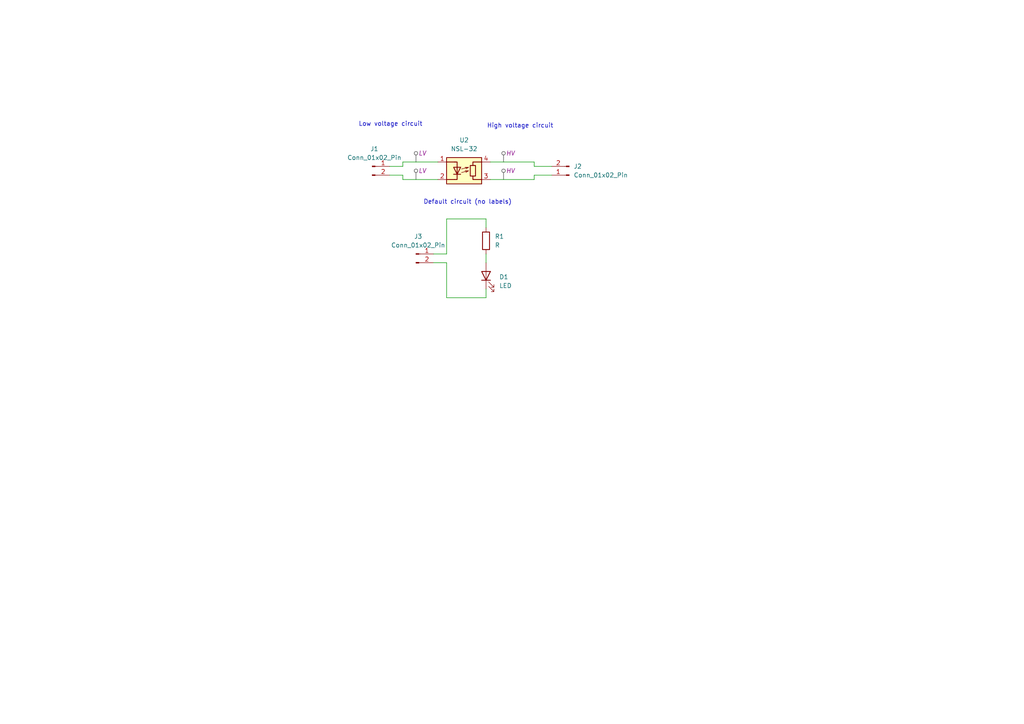
<source format=kicad_sch>
(kicad_sch (version 20231120) (generator "eeschema") (generator_version "8.0")
  (paper "A4")
  (lib_symbols
    (symbol "Connector:Conn_01x02_Pin" (pin_names (offset 1.016) hide)
      (property "Reference" "J" (at 0 2.54 0))
      (property "Value" "Conn_01x02_Pin" (at 0 -5.08 0))
      (symbol "Conn_01x02_Pin_1_1"
        (polyline (pts (xy 1.27 -2.54) (xy 0.8636 -2.54)) (stroke (width 0.1524)))
        (polyline (pts (xy 1.27 0) (xy 0.8636 0)) (stroke (width 0.1524)))
        (rectangle (start 0.8636 -2.413) (end 0 -2.667) (stroke (width 0.1524)) (fill (type outline)))
        (rectangle (start 0.8636 0.127) (end 0 -0.127) (stroke (width 0.1524)) (fill (type outline)))
        (pin passive line (at 5.08 0 180) (length 3.81) (name "Pin_1") (number "1"))
        (pin passive line (at 5.08 -2.54 180) (length 3.81) (name "Pin_2") (number "2"))
      )
    )
    (symbol "Device:LED" (pin_numbers hide) (pin_names (offset 1.016) hide)
      (property "Reference" "D" (at 0 2.54 0))
      (property "Value" "LED" (at 0 -2.54 0))
      (symbol "LED_0_1"
        (polyline (pts (xy -1.27 -1.27) (xy -1.27 1.27)) (stroke (width 0.254)))
        (polyline (pts (xy -1.27 0) (xy 1.27 0)))
        (polyline (pts (xy 1.27 -1.27) (xy 1.27 1.27) (xy -1.27 0) (xy 1.27 -1.27)) (stroke (width 0.254)))
        (polyline (pts (xy -3.048 -0.762) (xy -4.572 -2.286) (xy -3.81 -2.286) (xy -4.572 -2.286) (xy -4.572 -1.524)))
        (polyline (pts (xy -1.778 -0.762) (xy -3.302 -2.286) (xy -2.54 -2.286) (xy -3.302 -2.286) (xy -3.302 -1.524)))
      )
      (symbol "LED_1_1"
        (pin passive line (at -3.81 0 0) (length 2.54) (name "K") (number "1"))
        (pin passive line (at 3.81 0 180) (length 2.54) (name "A") (number "2"))
      )
    )
    (symbol "Device:R" (pin_numbers hide) (pin_names (offset 0))
      (property "Reference" "R" (at 2.032 0 90))
      (property "Value" "R" (at 0 0 90))
      (symbol "R_0_1"
        (rectangle (start -1.016 -2.54) (end 1.016 2.54) (stroke (width 0.254)))
      )
      (symbol "R_1_1"
        (pin passive line (at 0 3.81 270) (length 1.27) (name "~") (number "1"))
        (pin passive line (at 0 -3.81 90) (length 1.27) (name "~") (number "2"))
      )
    )
    (symbol "Isolator:NSL-32" (pin_names (offset 0.762) hide)
      (property "Reference" "U" (at 0 5.08 0))
      (property "Value" "NSL-32" (at 0 -5.08 0))
      (symbol "NSL-32_0_1"
        (rectangle (start -5.08 3.81) (end 5.08 -3.81) (stroke (width 0.254)) (fill (type background)))
        (polyline (pts (xy -5.08 2.54) (xy -2.54 2.54)) (stroke (width 0.254)))
        (polyline (pts (xy -2.794 -2.54) (xy -5.08 -2.54)) (stroke (width 0.254)))
        (polyline (pts (xy -1.016 -1.016) (xy -3.048 -1.016) (xy -3.048 -1.016)) (stroke (width 0.254)))
        (polyline (pts (xy -0.762 -0.508) (xy 1.27 0) (xy 1.27 0)))
        (polyline (pts (xy -0.762 0.508) (xy 1.27 1.016) (xy 1.27 1.016)))
        (polyline (pts (xy 2.54 -1.524) (xy 2.54 -2.54) (xy 5.08 -2.54)) (stroke (width 0.254)))
        (polyline (pts (xy 2.54 1.524) (xy 2.54 2.54) (xy 5.08 2.54)) (stroke (width 0.254)))
        (polyline (pts (xy -2.794 -2.54) (xy -2.032 -2.54) (xy -2.032 2.54) (xy -2.794 2.54)) (stroke (width 0.254)))
        (polyline (pts (xy 0.254 0) (xy 1.27 0) (xy 0.508 -0.508) (xy 0.508 -0.508)))
        (polyline (pts (xy 0.254 1.016) (xy 1.27 1.016) (xy 0.508 0.508) (xy 0.508 0.508)))
        (polyline (pts (xy -1.016 1.016) (xy -3.048 1.016) (xy -2.032 -1.016) (xy -1.016 1.016) (xy -1.016 1.016) (xy -1.016 1.016)) (stroke (width 0.254)))
        (rectangle (start 1.778 1.524) (end 3.302 -1.524) (stroke (width 0.254)))
      )
      (symbol "NSL-32_1_1"
        (pin passive line (at -7.62 2.54 0) (length 2.54) (name "A") (number "1"))
        (pin passive line (at -7.62 -2.54 0) (length 2.54) (name "K") (number "2"))
        (pin passive line (at 7.62 -2.54 180) (length 2.54) (name "R") (number "3"))
        (pin passive line (at 7.62 2.54 180) (length 2.54) (name "R") (number "4"))
      )
    )
  )
  (wire (pts (xy 116.84 48.26) (xy 113.03 48.26)))
  (wire (pts (xy 125.73 76.2) (xy 129.54 76.2)))
  (wire (pts (xy 160.02 50.8) (xy 154.94 50.8)))
  (wire (pts (xy 140.97 63.5) (xy 129.54 63.5)))
  (wire (pts (xy 129.54 63.5) (xy 129.54 73.66)))
  (wire (pts (xy 140.97 73.66) (xy 140.97 76.2)))
  (wire (pts (xy 116.84 50.8) (xy 116.84 52.07)))
  (wire (pts (xy 142.24 52.07) (xy 154.94 52.07)))
  (wire (pts (xy 116.84 52.07) (xy 127 52.07)))
  (wire (pts (xy 154.94 50.8) (xy 154.94 52.07)))
  (wire (pts (xy 116.84 46.99) (xy 116.84 48.26)))
  (wire (pts (xy 142.24 46.99) (xy 154.94 46.99)))
  (wire (pts (xy 127 46.99) (xy 116.84 46.99)))
  (wire (pts (xy 154.94 48.26) (xy 160.02 48.26)))
  (wire (pts (xy 140.97 66.04) (xy 140.97 63.5)))
  (wire (pts (xy 113.03 50.8) (xy 116.84 50.8)))
  (wire (pts (xy 129.54 73.66) (xy 125.73 73.66)))
  (wire (pts (xy 129.54 86.36) (xy 140.97 86.36)))
  (wire (pts (xy 129.54 76.2) (xy 129.54 86.36)))
  (wire (pts (xy 154.94 46.99) (xy 154.94 48.26)))
  (wire (pts (xy 140.97 86.36) (xy 140.97 83.82)))
  (text "Default circuit (no labels)" (at 135.636 58.674 0) (effects (font (size 1.27 1.27))))
  (text "High voltage circuit\n" (at 150.876 36.576 0) (effects (font (size 1.27 1.27))))
  (text "Low voltage circuit\n" (at 113.284 36.068 0) (effects (font (size 1.27 1.27))))
  (netclass_flag "" (length 2.54) (shape round) (at 120.65 52.07 0) (property "Netclass" "LV" (at 121.3485 49.53 0) (effects (font (italic yes)) (justify left))))
  (netclass_flag "" (length 2.54) (shape round) (at 146.05 52.07 0) (property "Netclass" "HV" (at 146.7485 49.53 0) (effects (font (italic yes)) (justify left))))
  (netclass_flag "" (length 2.54) (shape round) (at 120.65 46.99 0) (property "Netclass" "LV" (at 121.3485 44.45 0) (effects (font (italic yes)) (justify left))))
  (netclass_flag "" (length 2.54) (shape round) (at 146.05 46.99 0) (property "Netclass" "HV" (at 146.7485 44.45 0) (effects (font (italic yes)) (justify left))))
  (symbol (lib_id "Connector:Conn_01x02_Pin") (at 165.1 50.8 180) (unit 1)
    (property "Reference" "J2" (at 166.37 48.2599 0) (effects (justify right)))
    (property "Value" "Conn_01x02_Pin" (at 166.37 50.7999 0) (effects (justify right)))
    (property "Footprint" "Connector_PinHeader_1.27mm:PinHeader_1x02_P1.27mm_Horizontal" (effects (hide yes)))
    (property "Description" "Generic connector, single row, 01x02, script generated" (effects (hide yes)))
  )
  (symbol (lib_id "Device:R") (at 140.97 69.85 180) (unit 1)
    (property "Reference" "R1" (at 143.51 68.5799 0) (effects (justify right)))
    (property "Value" "R" (at 143.51 71.1199 0) (effects (justify right)))
    (property "Footprint" "Resistor_SMD:R_0603_1608Metric" (effects (hide yes)))
    (property "Description" "Resistor" (effects (hide yes)))
  )
  (symbol (lib_id "Device:LED") (at 140.97 80.01 90) (unit 1)
    (property "Reference" "D1" (at 144.78 80.3274 90) (effects (justify right)))
    (property "Value" "LED" (at 144.78 82.8674 90) (effects (justify right)))
    (property "Footprint" "LED_SMD:LED_0603_1608Metric" (effects (hide yes)))
    (property "Description" "Light emitting diode" (effects (hide yes)))
  )
  (symbol (lib_id "Connector:Conn_01x02_Pin") (at 107.95 48.26 0) (unit 1)
    (property "Reference" "J1" (at 108.585 43.18 0))
    (property "Value" "Conn_01x02_Pin" (at 108.585 45.72 0))
    (property "Footprint" "Connector_PinHeader_1.27mm:PinHeader_1x02_P1.27mm_Horizontal" (effects (hide yes)))
    (property "Description" "Generic connector, single row, 01x02, script generated" (effects (hide yes)))
  )
  (symbol (lib_id "Connector:Conn_01x02_Pin") (at 120.65 73.66 0) (unit 1)
    (property "Reference" "J3" (at 121.285 68.58 0))
    (property "Value" "Conn_01x02_Pin" (at 121.285 71.12 0))
    (property "Footprint" "Connector_PinHeader_1.27mm:PinHeader_1x02_P1.27mm_Horizontal" (effects (hide yes)))
    (property "Description" "Generic connector, single row, 01x02, script generated" (effects (hide yes)))
  )
  (symbol (lib_id "Isolator:NSL-32") (at 134.62 49.53 0) (unit 1)
    (property "Reference" "U2" (at 134.62 40.64 0))
    (property "Value" "NSL-32" (at 134.62 43.18 0))
    (property "Footprint" "OptoDevice:Luna_NSL-32" (effects (hide yes)))
    (property "Datasheet" "http://lunainc.com/wp-content/uploads/2016/06/NSL-32.pdf" (effects (hide yes)))
    (property "Description" "Optocoupler, LED Input, Photocell Output" (effects (hide yes)))
  )
)
</source>
